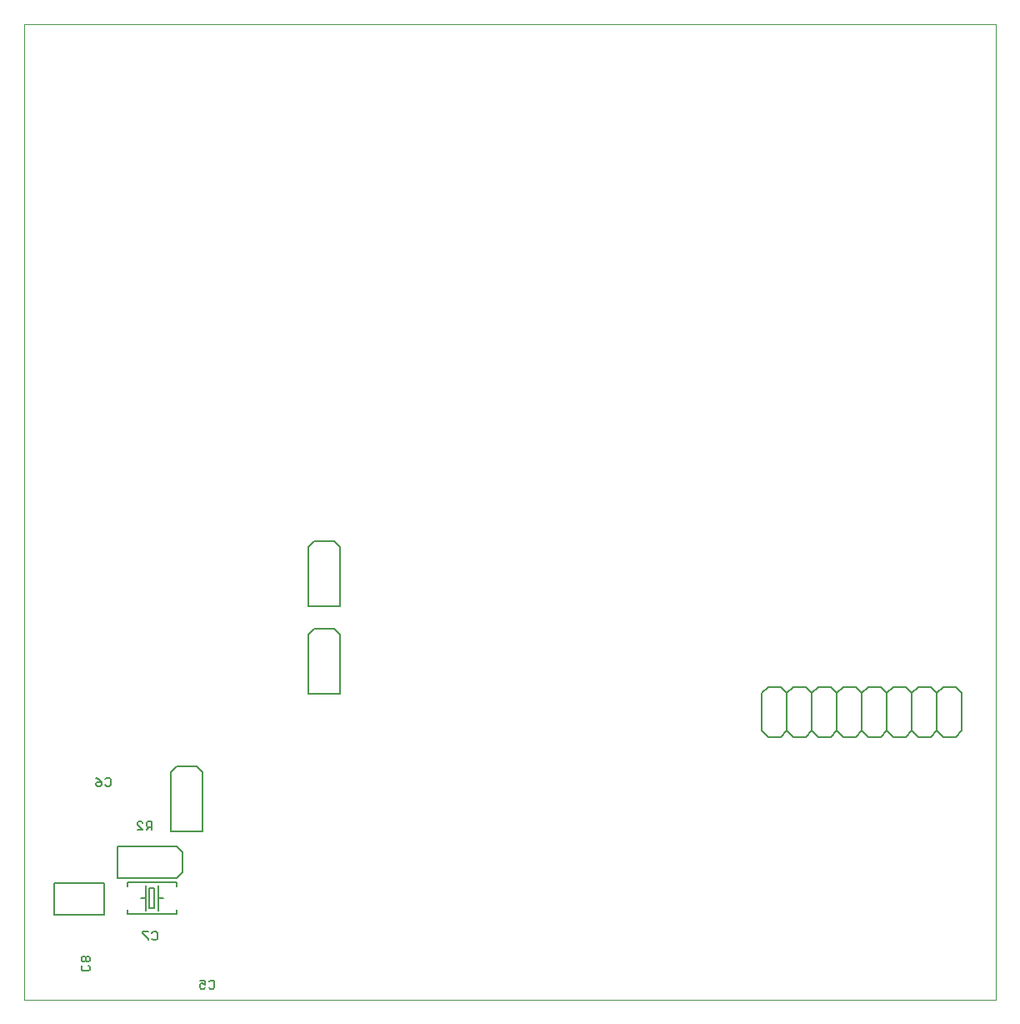
<source format=gbo>
G75*
%MOIN*%
%OFA0B0*%
%FSLAX24Y24*%
%IPPOS*%
%LPD*%
%AMOC8*
5,1,8,0,0,1.08239X$1,22.5*
%
%ADD10C,0.0000*%
%ADD11C,0.0060*%
%ADD12C,0.0050*%
D10*
X000535Y000450D02*
X000535Y039446D01*
X039405Y039446D01*
X039405Y000450D01*
X000535Y000450D01*
D11*
X002815Y001650D02*
X002815Y001764D01*
X002872Y001820D01*
X002872Y001962D02*
X002929Y001962D01*
X002985Y002018D01*
X002985Y002132D01*
X002929Y002189D01*
X002872Y002189D01*
X002815Y002132D01*
X002815Y002018D01*
X002872Y001962D01*
X002985Y002018D02*
X003042Y001962D01*
X003099Y001962D01*
X003155Y002018D01*
X003155Y002132D01*
X003099Y002189D01*
X003042Y002189D01*
X002985Y002132D01*
X003099Y001820D02*
X003155Y001764D01*
X003155Y001650D01*
X003099Y001593D01*
X002872Y001593D01*
X002815Y001650D01*
X005260Y003114D02*
X005487Y002887D01*
X005487Y002830D01*
X005628Y002887D02*
X005685Y002830D01*
X005798Y002830D01*
X005855Y002887D01*
X005855Y003114D01*
X005798Y003170D01*
X005685Y003170D01*
X005628Y003114D01*
X005487Y003170D02*
X005260Y003170D01*
X005260Y003114D01*
X007547Y001220D02*
X007773Y001220D01*
X007773Y001050D01*
X007660Y001107D01*
X007603Y001107D01*
X007547Y001050D01*
X007547Y000937D01*
X007603Y000880D01*
X007717Y000880D01*
X007773Y000937D01*
X007915Y000937D02*
X007972Y000880D01*
X008085Y000880D01*
X008142Y000937D01*
X008142Y001164D01*
X008085Y001220D01*
X007972Y001220D01*
X007915Y001164D01*
X005642Y007230D02*
X005642Y007570D01*
X005472Y007570D01*
X005415Y007514D01*
X005415Y007400D01*
X005472Y007343D01*
X005642Y007343D01*
X005528Y007343D02*
X005415Y007230D01*
X005273Y007230D02*
X005047Y007457D01*
X005047Y007514D01*
X005103Y007570D01*
X005217Y007570D01*
X005273Y007514D01*
X005273Y007230D02*
X005047Y007230D01*
X003935Y008980D02*
X003822Y008980D01*
X003765Y009037D01*
X003623Y009037D02*
X003567Y008980D01*
X003453Y008980D01*
X003397Y009037D01*
X003397Y009093D01*
X003453Y009150D01*
X003623Y009150D01*
X003623Y009037D01*
X003623Y009150D02*
X003510Y009264D01*
X003397Y009320D01*
X003765Y009264D02*
X003822Y009320D01*
X003935Y009320D01*
X003992Y009264D01*
X003992Y009037D01*
X003935Y008980D01*
X030035Y011200D02*
X030285Y010950D01*
X030785Y010950D01*
X031035Y011200D01*
X031035Y012700D01*
X031285Y012950D01*
X031785Y012950D01*
X032035Y012700D01*
X032035Y011200D01*
X032285Y010950D01*
X032785Y010950D01*
X033035Y011200D01*
X033035Y012700D01*
X033285Y012950D01*
X033785Y012950D01*
X034035Y012700D01*
X034035Y011200D01*
X034285Y010950D01*
X034785Y010950D01*
X035035Y011200D01*
X035035Y012700D01*
X035285Y012950D01*
X035785Y012950D01*
X036035Y012700D01*
X036035Y011200D01*
X036285Y010950D01*
X036785Y010950D01*
X037035Y011200D01*
X037285Y010950D01*
X037785Y010950D01*
X038035Y011200D01*
X038035Y012700D01*
X037785Y012950D01*
X037285Y012950D01*
X037035Y012700D01*
X037035Y011200D01*
X036035Y011200D02*
X035785Y010950D01*
X035285Y010950D01*
X035035Y011200D01*
X034035Y011200D02*
X033785Y010950D01*
X033285Y010950D01*
X033035Y011200D01*
X032035Y011200D02*
X031785Y010950D01*
X031285Y010950D01*
X031035Y011200D01*
X030035Y011200D02*
X030035Y012700D01*
X030285Y012950D01*
X030785Y012950D01*
X031035Y012700D01*
X032035Y012700D02*
X032285Y012950D01*
X032785Y012950D01*
X033035Y012700D01*
X034035Y012700D02*
X034285Y012950D01*
X034785Y012950D01*
X035035Y012700D01*
X036035Y012700D02*
X036285Y012950D01*
X036785Y012950D01*
X037035Y012700D01*
D12*
X013165Y012690D02*
X013165Y015052D01*
X012929Y015289D01*
X012141Y015289D01*
X011905Y015052D01*
X011905Y012690D01*
X013165Y012690D01*
X013165Y016190D02*
X011905Y016190D01*
X011905Y018552D01*
X012141Y018789D01*
X012929Y018789D01*
X013165Y018552D01*
X013165Y016190D01*
X007429Y009789D02*
X006641Y009789D01*
X006405Y009552D01*
X006405Y007190D01*
X007665Y007190D01*
X007665Y009552D01*
X007429Y009789D01*
X006637Y006580D02*
X004275Y006580D01*
X004275Y005320D01*
X006637Y005320D01*
X006874Y005556D01*
X006874Y006344D01*
X006637Y006580D01*
X006619Y005130D02*
X004651Y005130D01*
X004651Y004972D01*
X005185Y004500D02*
X005385Y004500D01*
X005385Y004000D01*
X005535Y004100D02*
X005535Y004900D01*
X005735Y004900D01*
X005735Y004100D01*
X005535Y004100D01*
X005885Y004000D02*
X005885Y004500D01*
X006085Y004500D01*
X005885Y004500D02*
X005885Y005000D01*
X005385Y005000D02*
X005385Y004500D01*
X004651Y004028D02*
X004651Y003870D01*
X006619Y003870D01*
X006619Y004028D01*
X006619Y004972D02*
X006619Y005130D01*
X003735Y005100D02*
X003735Y003850D01*
X001735Y003850D01*
X001735Y005100D01*
X003735Y005100D01*
M02*

</source>
